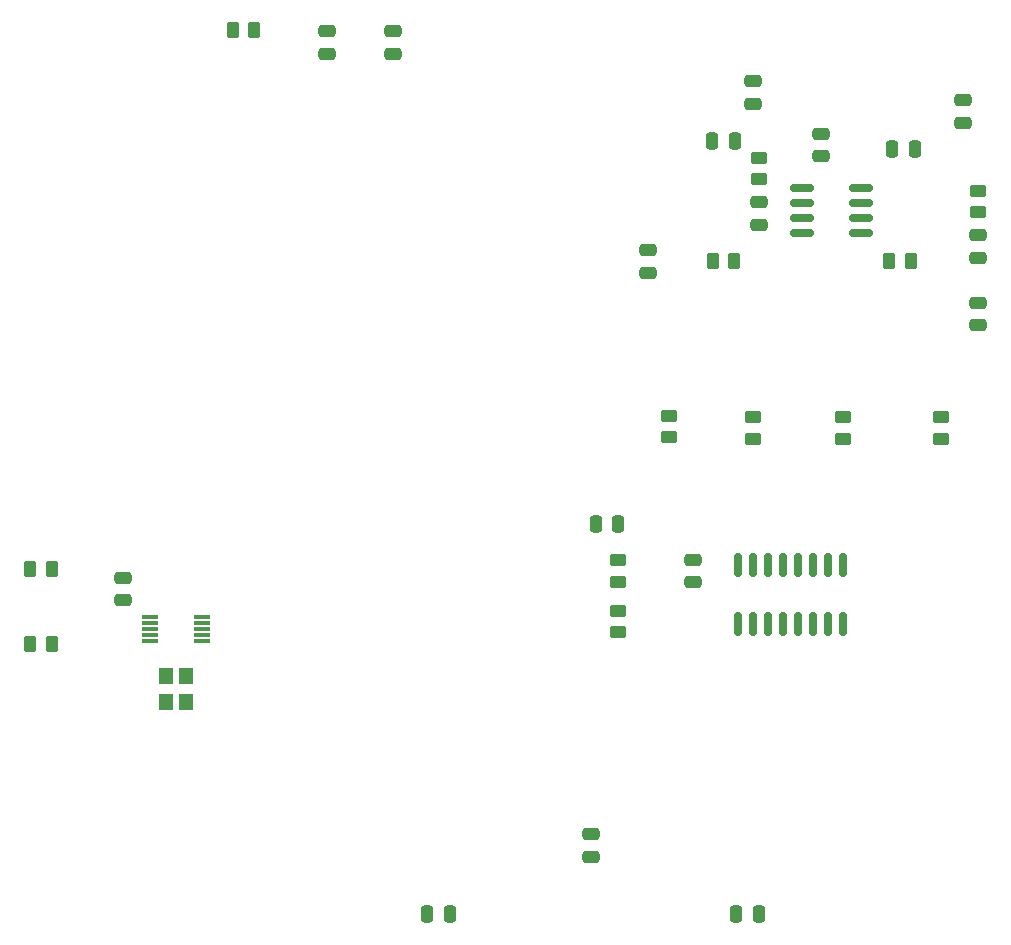
<source format=gbr>
%TF.GenerationSoftware,KiCad,Pcbnew,(6.0.4-0)*%
%TF.CreationDate,2022-04-29T09:39:16-07:00*%
%TF.ProjectId,Receiver Schematic,52656365-6976-4657-9220-536368656d61,rev?*%
%TF.SameCoordinates,Original*%
%TF.FileFunction,Paste,Top*%
%TF.FilePolarity,Positive*%
%FSLAX46Y46*%
G04 Gerber Fmt 4.6, Leading zero omitted, Abs format (unit mm)*
G04 Created by KiCad (PCBNEW (6.0.4-0)) date 2022-04-29 09:39:16*
%MOMM*%
%LPD*%
G01*
G04 APERTURE LIST*
G04 Aperture macros list*
%AMRoundRect*
0 Rectangle with rounded corners*
0 $1 Rounding radius*
0 $2 $3 $4 $5 $6 $7 $8 $9 X,Y pos of 4 corners*
0 Add a 4 corners polygon primitive as box body*
4,1,4,$2,$3,$4,$5,$6,$7,$8,$9,$2,$3,0*
0 Add four circle primitives for the rounded corners*
1,1,$1+$1,$2,$3*
1,1,$1+$1,$4,$5*
1,1,$1+$1,$6,$7*
1,1,$1+$1,$8,$9*
0 Add four rect primitives between the rounded corners*
20,1,$1+$1,$2,$3,$4,$5,0*
20,1,$1+$1,$4,$5,$6,$7,0*
20,1,$1+$1,$6,$7,$8,$9,0*
20,1,$1+$1,$8,$9,$2,$3,0*%
G04 Aperture macros list end*
%ADD10RoundRect,0.250000X0.262500X0.450000X-0.262500X0.450000X-0.262500X-0.450000X0.262500X-0.450000X0*%
%ADD11RoundRect,0.250000X0.450000X-0.262500X0.450000X0.262500X-0.450000X0.262500X-0.450000X-0.262500X0*%
%ADD12RoundRect,0.250000X-0.475000X0.250000X-0.475000X-0.250000X0.475000X-0.250000X0.475000X0.250000X0*%
%ADD13R,1.200000X1.400000*%
%ADD14RoundRect,0.250000X0.475000X-0.250000X0.475000X0.250000X-0.475000X0.250000X-0.475000X-0.250000X0*%
%ADD15RoundRect,0.250000X0.250000X0.475000X-0.250000X0.475000X-0.250000X-0.475000X0.250000X-0.475000X0*%
%ADD16RoundRect,0.250000X-0.262500X-0.450000X0.262500X-0.450000X0.262500X0.450000X-0.262500X0.450000X0*%
%ADD17RoundRect,0.250000X-0.250000X-0.475000X0.250000X-0.475000X0.250000X0.475000X-0.250000X0.475000X0*%
%ADD18RoundRect,0.250000X-0.450000X0.262500X-0.450000X-0.262500X0.450000X-0.262500X0.450000X0.262500X0*%
%ADD19RoundRect,0.150000X0.150000X-0.825000X0.150000X0.825000X-0.150000X0.825000X-0.150000X-0.825000X0*%
%ADD20RoundRect,0.150000X-0.825000X-0.150000X0.825000X-0.150000X0.825000X0.150000X-0.825000X0.150000X0*%
%ADD21R,1.400000X0.300000*%
G04 APERTURE END LIST*
D10*
%TO.C,R10*%
X122832500Y-74930000D03*
X121007500Y-74930000D03*
%TD*%
D11*
%TO.C,R4*%
X140335000Y-89939500D03*
X140335000Y-88114500D03*
%TD*%
D12*
%TO.C,C12*%
X71120000Y-101732000D03*
X71120000Y-103632000D03*
%TD*%
D13*
%TO.C,Y1*%
X76415000Y-112225000D03*
X76415000Y-110025000D03*
X74715000Y-110025000D03*
X74715000Y-112225000D03*
%TD*%
D14*
%TO.C,C20*%
X124460000Y-61590000D03*
X124460000Y-59690000D03*
%TD*%
D15*
%TO.C,C3*%
X98740000Y-130175000D03*
X96840000Y-130175000D03*
%TD*%
D16*
%TO.C,R13*%
X80367500Y-55372000D03*
X82192500Y-55372000D03*
%TD*%
%TO.C,R9*%
X135970000Y-74930000D03*
X137795000Y-74930000D03*
%TD*%
D12*
%TO.C,C9*%
X143510000Y-78425000D03*
X143510000Y-80325000D03*
%TD*%
D11*
%TO.C,R8*%
X143510000Y-70762500D03*
X143510000Y-68937500D03*
%TD*%
%TO.C,R5*%
X117348000Y-89812500D03*
X117348000Y-87987500D03*
%TD*%
D17*
%TO.C,C7*%
X123002000Y-130175000D03*
X124902000Y-130175000D03*
%TD*%
D12*
%TO.C,C15*%
X124968000Y-69916000D03*
X124968000Y-71816000D03*
%TD*%
D14*
%TO.C,C13*%
X119380000Y-102102500D03*
X119380000Y-100202500D03*
%TD*%
D17*
%TO.C,C11*%
X111130000Y-97155000D03*
X113030000Y-97155000D03*
%TD*%
D18*
%TO.C,R1*%
X113030000Y-100240000D03*
X113030000Y-102065000D03*
%TD*%
D14*
%TO.C,C19*%
X142240000Y-63180000D03*
X142240000Y-61280000D03*
%TD*%
D10*
%TO.C,R11*%
X65047500Y-100965000D03*
X63222500Y-100965000D03*
%TD*%
D14*
%TO.C,C18*%
X130175000Y-66035000D03*
X130175000Y-64135000D03*
%TD*%
D18*
%TO.C,R2*%
X113030000Y-104497500D03*
X113030000Y-106322500D03*
%TD*%
D11*
%TO.C,R6*%
X124460000Y-89939500D03*
X124460000Y-88114500D03*
%TD*%
D10*
%TO.C,R12*%
X65047500Y-107315000D03*
X63222500Y-107315000D03*
%TD*%
D11*
%TO.C,R7*%
X124968000Y-67968500D03*
X124968000Y-66143500D03*
%TD*%
D17*
%TO.C,C17*%
X120970000Y-64770000D03*
X122870000Y-64770000D03*
%TD*%
D12*
%TO.C,C8*%
X143510000Y-72710000D03*
X143510000Y-74610000D03*
%TD*%
%TO.C,C4*%
X88392000Y-55438000D03*
X88392000Y-57338000D03*
%TD*%
D19*
%TO.C,U3*%
X123190000Y-105597500D03*
X124460000Y-105597500D03*
X125730000Y-105597500D03*
X127000000Y-105597500D03*
X128270000Y-105597500D03*
X129540000Y-105597500D03*
X130810000Y-105597500D03*
X132080000Y-105597500D03*
X132080000Y-100647500D03*
X130810000Y-100647500D03*
X129540000Y-100647500D03*
X128270000Y-100647500D03*
X127000000Y-100647500D03*
X125730000Y-100647500D03*
X124460000Y-100647500D03*
X123190000Y-100647500D03*
%TD*%
D11*
%TO.C,R3*%
X132080000Y-89939500D03*
X132080000Y-88114500D03*
%TD*%
D20*
%TO.C,U4*%
X128589000Y-68707000D03*
X128589000Y-69977000D03*
X128589000Y-71247000D03*
X128589000Y-72517000D03*
X133539000Y-72517000D03*
X133539000Y-71247000D03*
X133539000Y-69977000D03*
X133539000Y-68707000D03*
%TD*%
D12*
%TO.C,C6*%
X93980000Y-55438000D03*
X93980000Y-57338000D03*
%TD*%
D14*
%TO.C,C5*%
X110744000Y-125344000D03*
X110744000Y-123444000D03*
%TD*%
D21*
%TO.C,U2*%
X73365000Y-105045000D03*
X73365000Y-105545000D03*
X73365000Y-106045000D03*
X73365000Y-106545000D03*
X73365000Y-107045000D03*
X77765000Y-107045000D03*
X77765000Y-106545000D03*
X77765000Y-106045000D03*
X77765000Y-105545000D03*
X77765000Y-105045000D03*
%TD*%
D14*
%TO.C,C14*%
X115570000Y-75880000D03*
X115570000Y-73980000D03*
%TD*%
D17*
%TO.C,C16*%
X136210000Y-65405000D03*
X138110000Y-65405000D03*
%TD*%
M02*

</source>
